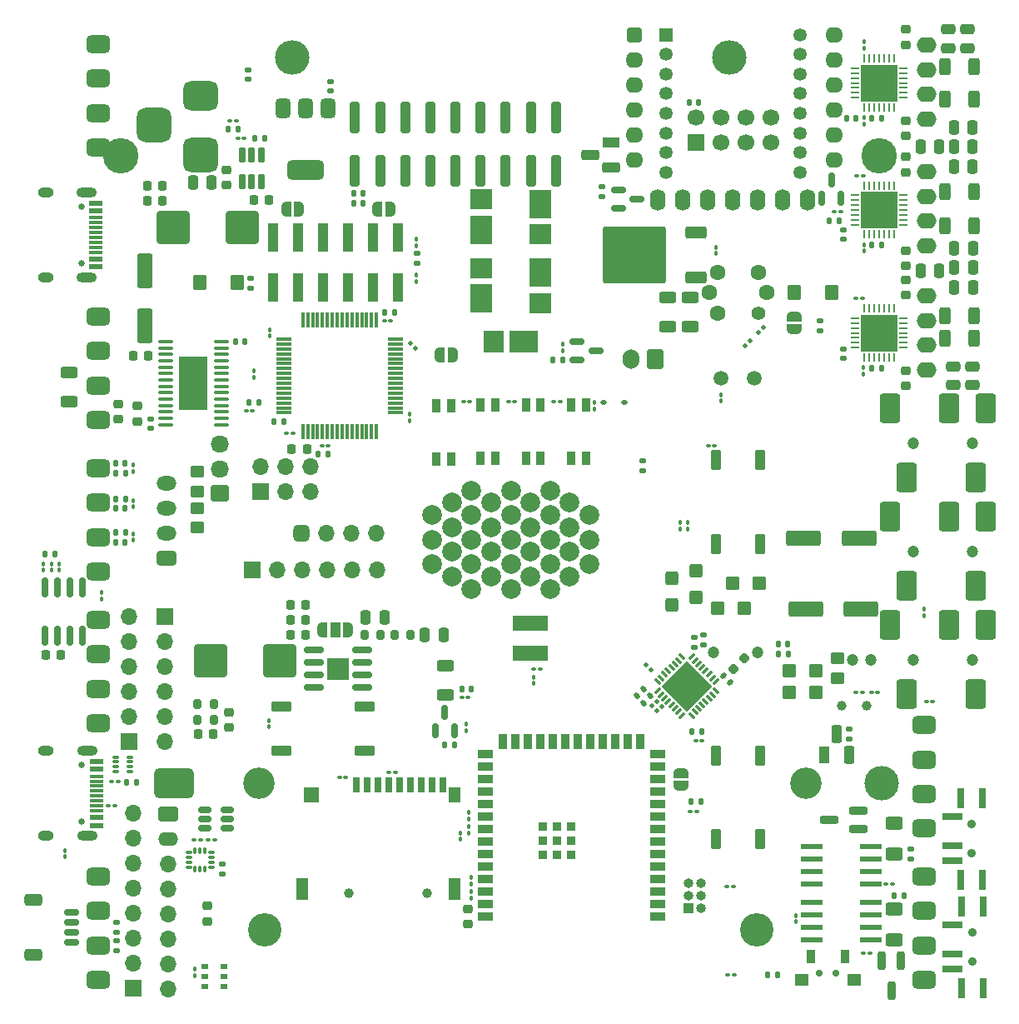
<source format=gbr>
%TF.GenerationSoftware,KiCad,Pcbnew,9.0.3*%
%TF.CreationDate,2025-08-15T14:55:14+02:00*%
%TF.ProjectId,labathome_pcb,6c616261-7468-46f6-9d65-5f7063622e6b,rev?*%
%TF.SameCoordinates,Original*%
%TF.FileFunction,Soldermask,Bot*%
%TF.FilePolarity,Negative*%
%FSLAX46Y46*%
G04 Gerber Fmt 4.6, Leading zero omitted, Abs format (unit mm)*
G04 Created by KiCad (PCBNEW 9.0.3) date 2025-08-15 14:55:14*
%MOMM*%
%LPD*%
G01*
G04 APERTURE LIST*
G04 Aperture macros list*
%AMRoundRect*
0 Rectangle with rounded corners*
0 $1 Rounding radius*
0 $2 $3 $4 $5 $6 $7 $8 $9 X,Y pos of 4 corners*
0 Add a 4 corners polygon primitive as box body*
4,1,4,$2,$3,$4,$5,$6,$7,$8,$9,$2,$3,0*
0 Add four circle primitives for the rounded corners*
1,1,$1+$1,$2,$3*
1,1,$1+$1,$4,$5*
1,1,$1+$1,$6,$7*
1,1,$1+$1,$8,$9*
0 Add four rect primitives between the rounded corners*
20,1,$1+$1,$2,$3,$4,$5,0*
20,1,$1+$1,$4,$5,$6,$7,0*
20,1,$1+$1,$6,$7,$8,$9,0*
20,1,$1+$1,$8,$9,$2,$3,0*%
%AMHorizOval*
0 Thick line with rounded ends*
0 $1 width*
0 $2 $3 position (X,Y) of the first rounded end (center of the circle)*
0 $4 $5 position (X,Y) of the second rounded end (center of the circle)*
0 Add line between two ends*
20,1,$1,$2,$3,$4,$5,0*
0 Add two circle primitives to create the rounded ends*
1,1,$1,$2,$3*
1,1,$1,$4,$5*%
%AMRotRect*
0 Rectangle, with rotation*
0 The origin of the aperture is its center*
0 $1 length*
0 $2 width*
0 $3 Rotation angle, in degrees counterclockwise*
0 Add horizontal line*
21,1,$1,$2,0,0,$3*%
%AMFreePoly0*
4,1,23,0.500000,-0.750000,0.000000,-0.750000,0.000000,-0.745722,-0.065263,-0.745722,-0.191342,-0.711940,-0.304381,-0.646677,-0.396677,-0.554381,-0.461940,-0.441342,-0.495722,-0.315263,-0.495722,-0.250000,-0.500000,-0.250000,-0.500000,0.250000,-0.495722,0.250000,-0.495722,0.315263,-0.461940,0.441342,-0.396677,0.554381,-0.304381,0.646677,-0.191342,0.711940,-0.065263,0.745722,0.000000,0.745722,
0.000000,0.750000,0.500000,0.750000,0.500000,-0.750000,0.500000,-0.750000,$1*%
%AMFreePoly1*
4,1,23,0.000000,0.745722,0.065263,0.745722,0.191342,0.711940,0.304381,0.646677,0.396677,0.554381,0.461940,0.441342,0.495722,0.315263,0.495722,0.250000,0.500000,0.250000,0.500000,-0.250000,0.495722,-0.250000,0.495722,-0.315263,0.461940,-0.441342,0.396677,-0.554381,0.304381,-0.646677,0.191342,-0.711940,0.065263,-0.745722,0.000000,-0.745722,0.000000,-0.750000,-0.500000,-0.750000,
-0.500000,0.750000,0.000000,0.750000,0.000000,0.745722,0.000000,0.745722,$1*%
%AMFreePoly2*
4,1,23,0.550000,-0.750000,0.000000,-0.750000,0.000000,-0.745722,-0.065263,-0.745722,-0.191342,-0.711940,-0.304381,-0.646677,-0.396677,-0.554381,-0.461940,-0.441342,-0.495722,-0.315263,-0.495722,-0.250000,-0.500000,-0.250000,-0.500000,0.250000,-0.495722,0.250000,-0.495722,0.315263,-0.461940,0.441342,-0.396677,0.554381,-0.304381,0.646677,-0.191342,0.711940,-0.065263,0.745722,0.000000,0.745722,
0.000000,0.750000,0.550000,0.750000,0.550000,-0.750000,0.550000,-0.750000,$1*%
%AMFreePoly3*
4,1,23,0.000000,0.745722,0.065263,0.745722,0.191342,0.711940,0.304381,0.646677,0.396677,0.554381,0.461940,0.441342,0.495722,0.315263,0.495722,0.250000,0.500000,0.250000,0.500000,-0.250000,0.495722,-0.250000,0.495722,-0.315263,0.461940,-0.441342,0.396677,-0.554381,0.304381,-0.646677,0.191342,-0.711940,0.065263,-0.745722,0.000000,-0.745722,0.000000,-0.750000,-0.550000,-0.750000,
-0.550000,0.750000,0.000000,0.750000,0.000000,0.745722,0.000000,0.745722,$1*%
G04 Aperture macros list end*
%ADD10R,1.700000X1.700000*%
%ADD11O,1.700000X1.700000*%
%ADD12O,2.000000X1.600000*%
%ADD13RoundRect,0.750000X-1.000000X0.750000X-1.000000X-0.750000X1.000000X-0.750000X1.000000X0.750000X0*%
%ADD14RoundRect,0.750000X-1.000000X1.000000X-1.000000X-1.000000X1.000000X-1.000000X1.000000X1.000000X0*%
%ADD15RoundRect,0.875000X-0.875000X0.875000X-0.875000X-0.875000X0.875000X-0.875000X0.875000X0.875000X0*%
%ADD16RoundRect,0.450000X-0.750000X0.450000X-0.750000X-0.450000X0.750000X-0.450000X0.750000X0.450000X0*%
%ADD17C,1.500000*%
%ADD18R,1.100000X1.800000*%
%ADD19RoundRect,0.275000X-0.275000X-0.625000X0.275000X-0.625000X0.275000X0.625000X-0.275000X0.625000X0*%
%ADD20RoundRect,0.450000X0.750000X-0.450000X0.750000X0.450000X-0.750000X0.450000X-0.750000X-0.450000X0*%
%ADD21RoundRect,0.400000X-0.400000X-0.400000X0.400000X-0.400000X0.400000X0.400000X-0.400000X0.400000X0*%
%ADD22O,1.800000X1.600000*%
%ADD23RoundRect,0.208333X-0.791667X-0.541667X0.791667X-0.541667X0.791667X0.541667X-0.791667X0.541667X0*%
%ADD24O,2.000000X1.400000*%
%ADD25RoundRect,0.258929X0.741071X0.466071X-0.741071X0.466071X-0.741071X-0.466071X0.741071X-0.466071X0*%
%ADD26O,2.000000X1.450000*%
%ADD27O,1.600000X2.200000*%
%ADD28C,1.700000*%
%ADD29R,1.350000X1.350000*%
%ADD30C,1.350000*%
%ADD31C,1.200000*%
%ADD32C,3.400000*%
%ADD33RoundRect,0.250000X0.675000X-0.600000X0.675000X0.600000X-0.675000X0.600000X-0.675000X-0.600000X0*%
%ADD34O,1.850000X1.700000*%
%ADD35RoundRect,0.500000X0.350000X-0.350000X0.350000X0.350000X-0.350000X0.350000X-0.350000X-0.350000X0*%
%ADD36HorizOval,1.400000X0.000000X0.000000X0.000000X0.000000X0*%
%ADD37C,1.600000*%
%ADD38RoundRect,0.140000X0.140000X0.170000X-0.140000X0.170000X-0.140000X-0.170000X0.140000X-0.170000X0*%
%ADD39RoundRect,0.250000X0.250000X0.475000X-0.250000X0.475000X-0.250000X-0.475000X0.250000X-0.475000X0*%
%ADD40RoundRect,0.100000X0.130000X0.100000X-0.130000X0.100000X-0.130000X-0.100000X0.130000X-0.100000X0*%
%ADD41RoundRect,0.100000X0.100000X-0.130000X0.100000X0.130000X-0.100000X0.130000X-0.100000X-0.130000X0*%
%ADD42RoundRect,0.250000X-0.250000X-0.475000X0.250000X-0.475000X0.250000X0.475000X-0.250000X0.475000X0*%
%ADD43RoundRect,0.250000X-1.500000X-0.550000X1.500000X-0.550000X1.500000X0.550000X-1.500000X0.550000X0*%
%ADD44RoundRect,0.140000X-0.170000X0.140000X-0.170000X-0.140000X0.170000X-0.140000X0.170000X0.140000X0*%
%ADD45RoundRect,0.250000X-0.450000X0.350000X-0.450000X-0.350000X0.450000X-0.350000X0.450000X0.350000X0*%
%ADD46RoundRect,0.200000X-0.200000X-0.275000X0.200000X-0.275000X0.200000X0.275000X-0.200000X0.275000X0*%
%ADD47RoundRect,0.150000X0.150000X-0.587500X0.150000X0.587500X-0.150000X0.587500X-0.150000X-0.587500X0*%
%ADD48O,3.500000X3.500000*%
%ADD49C,3.600000*%
%ADD50RoundRect,0.100000X-0.100000X0.130000X-0.100000X-0.130000X0.100000X-0.130000X0.100000X0.130000X0*%
%ADD51C,0.900000*%
%ADD52R,2.000000X0.700000*%
%ADD53R,0.800000X2.000000*%
%ADD54RoundRect,0.225000X0.225000X0.250000X-0.225000X0.250000X-0.225000X-0.250000X0.225000X-0.250000X0*%
%ADD55RoundRect,0.140000X-0.219203X-0.021213X-0.021213X-0.219203X0.219203X0.021213X0.021213X0.219203X0*%
%ADD56RoundRect,0.135000X0.135000X0.185000X-0.135000X0.185000X-0.135000X-0.185000X0.135000X-0.185000X0*%
%ADD57RoundRect,0.100000X-0.130000X-0.100000X0.130000X-0.100000X0.130000X0.100000X-0.130000X0.100000X0*%
%ADD58C,1.000000*%
%ADD59R,0.700000X1.600000*%
%ADD60R,1.200000X2.200000*%
%ADD61R,1.200000X1.500000*%
%ADD62R,1.600000X1.500000*%
%ADD63RoundRect,0.250000X-0.450000X-0.425000X0.450000X-0.425000X0.450000X0.425000X-0.450000X0.425000X0*%
%ADD64RoundRect,0.100000X-0.637500X-0.100000X0.637500X-0.100000X0.637500X0.100000X-0.637500X0.100000X0*%
%ADD65R,2.850000X5.400000*%
%ADD66RoundRect,0.140000X-0.021213X0.219203X-0.219203X0.021213X0.021213X-0.219203X0.219203X-0.021213X0*%
%ADD67RoundRect,0.335000X-1.340000X-1.365000X1.340000X-1.365000X1.340000X1.365000X-1.340000X1.365000X0*%
%ADD68RoundRect,0.250000X-0.625000X0.312500X-0.625000X-0.312500X0.625000X-0.312500X0.625000X0.312500X0*%
%ADD69RoundRect,0.220000X-0.780000X-0.330000X0.780000X-0.330000X0.780000X0.330000X-0.780000X0.330000X0*%
%ADD70RoundRect,0.082000X-0.328000X-0.618000X0.328000X-0.618000X0.328000X0.618000X-0.328000X0.618000X0*%
%ADD71RoundRect,0.225000X-0.225000X-0.250000X0.225000X-0.250000X0.225000X0.250000X-0.225000X0.250000X0*%
%ADD72RoundRect,0.140000X-0.140000X-0.170000X0.140000X-0.170000X0.140000X0.170000X-0.140000X0.170000X0*%
%ADD73RoundRect,0.140000X0.170000X-0.140000X0.170000X0.140000X-0.170000X0.140000X-0.170000X-0.140000X0*%
%ADD74C,2.000000*%
%ADD75RoundRect,0.135000X-0.135000X-0.185000X0.135000X-0.185000X0.135000X0.185000X-0.135000X0.185000X0*%
%ADD76RoundRect,0.112500X-0.187500X-0.112500X0.187500X-0.112500X0.187500X0.112500X-0.187500X0.112500X0*%
%ADD77RoundRect,0.130000X0.520000X0.670000X-0.520000X0.670000X-0.520000X-0.670000X0.520000X-0.670000X0*%
%ADD78RoundRect,0.220000X0.330000X-0.780000X0.330000X0.780000X-0.330000X0.780000X-0.330000X-0.780000X0*%
%ADD79RoundRect,0.250000X0.750000X-1.250000X0.750000X1.250000X-0.750000X1.250000X-0.750000X-1.250000X0*%
%ADD80RoundRect,0.150000X0.825000X0.150000X-0.825000X0.150000X-0.825000X-0.150000X0.825000X-0.150000X0*%
%ADD81R,2.300000X2.300000*%
%ADD82RoundRect,0.150000X0.512500X0.150000X-0.512500X0.150000X-0.512500X-0.150000X0.512500X-0.150000X0*%
%ADD83R,3.600000X1.500000*%
%ADD84RoundRect,0.100000X-0.162635X0.021213X0.021213X-0.162635X0.162635X-0.021213X-0.021213X0.162635X0*%
%ADD85RoundRect,0.250000X-0.475000X0.250000X-0.475000X-0.250000X0.475000X-0.250000X0.475000X0.250000X0*%
%ADD86RoundRect,0.225000X-0.250000X0.225000X-0.250000X-0.225000X0.250000X-0.225000X0.250000X0.225000X0*%
%ADD87C,0.650000*%
%ADD88R,1.450000X0.600000*%
%ADD89R,1.450000X0.300000*%
%ADD90O,1.600000X1.000000*%
%ADD91O,2.100000X1.000000*%
%ADD92RoundRect,0.250000X0.550000X-1.500000X0.550000X1.500000X-0.550000X1.500000X-0.550000X-1.500000X0*%
%ADD93RoundRect,0.100000X-0.021213X-0.162635X0.162635X0.021213X0.021213X0.162635X-0.162635X-0.021213X0*%
%ADD94RoundRect,0.062500X0.282843X-0.194454X-0.194454X0.282843X-0.282843X0.194454X0.194454X-0.282843X0*%
%ADD95RoundRect,0.062500X0.282843X0.194454X0.194454X0.282843X-0.282843X-0.194454X-0.194454X-0.282843X0*%
%ADD96RotRect,3.600000X3.600000X135.000000*%
%ADD97RoundRect,0.218750X0.026517X-0.335876X0.335876X-0.026517X-0.026517X0.335876X-0.335876X0.026517X0*%
%ADD98RoundRect,0.062500X0.062500X-0.325000X0.062500X0.325000X-0.062500X0.325000X-0.062500X-0.325000X0*%
%ADD99RoundRect,0.062500X0.325000X-0.062500X0.325000X0.062500X-0.325000X0.062500X-0.325000X-0.062500X0*%
%ADD100R,3.750000X3.750000*%
%ADD101RoundRect,0.250000X0.450000X0.425000X-0.450000X0.425000X-0.450000X-0.425000X0.450000X-0.425000X0*%
%ADD102RoundRect,0.225000X0.250000X-0.225000X0.250000X0.225000X-0.250000X0.225000X-0.250000X-0.225000X0*%
%ADD103RoundRect,0.250000X-0.312500X-0.625000X0.312500X-0.625000X0.312500X0.625000X-0.312500X0.625000X0*%
%ADD104RoundRect,0.200000X-0.200000X0.750000X-0.200000X-0.750000X0.200000X-0.750000X0.200000X0.750000X0*%
%ADD105RoundRect,0.250000X0.450000X-0.350000X0.450000X0.350000X-0.450000X0.350000X-0.450000X-0.350000X0*%
%ADD106RoundRect,0.250000X-0.425000X0.450000X-0.425000X-0.450000X0.425000X-0.450000X0.425000X0.450000X0*%
%ADD107RoundRect,0.162500X0.162500X-0.617500X0.162500X0.617500X-0.162500X0.617500X-0.162500X-0.617500X0*%
%ADD108R,0.800000X0.500000*%
%ADD109R,2.200000X3.000000*%
%ADD110R,2.200000X2.000000*%
%ADD111R,2.200000X0.600000*%
%ADD112RoundRect,0.050000X0.285000X0.100000X-0.285000X0.100000X-0.285000X-0.100000X0.285000X-0.100000X0*%
%ADD113RoundRect,0.150000X0.625000X-0.150000X0.625000X0.150000X-0.625000X0.150000X-0.625000X-0.150000X0*%
%ADD114RoundRect,0.250000X0.650000X-0.350000X0.650000X0.350000X-0.650000X0.350000X-0.650000X-0.350000X0*%
%ADD115RoundRect,0.087500X-0.225000X-0.087500X0.225000X-0.087500X0.225000X0.087500X-0.225000X0.087500X0*%
%ADD116RoundRect,0.087500X-0.087500X-0.225000X0.087500X-0.225000X0.087500X0.225000X-0.087500X0.225000X0*%
%ADD117R,1.000000X1.000000*%
%ADD118O,1.000000X1.000000*%
%ADD119FreePoly0,270.000000*%
%ADD120FreePoly1,270.000000*%
%ADD121RoundRect,0.100000X0.021213X0.162635X-0.162635X-0.021213X-0.021213X-0.162635X0.162635X0.021213X0*%
%ADD122C,0.700000*%
%ADD123R,0.900000X1.400000*%
%ADD124R,1.400000X1.200000*%
%ADD125R,1.500000X0.900000*%
%ADD126R,0.900000X1.500000*%
%ADD127R,0.900000X0.900000*%
%ADD128RoundRect,0.135000X-0.185000X0.135000X-0.185000X-0.135000X0.185000X-0.135000X0.185000X0.135000X0*%
%ADD129RoundRect,0.335000X1.340000X1.365000X-1.340000X1.365000X-1.340000X-1.365000X1.340000X-1.365000X0*%
%ADD130RoundRect,0.250000X0.600000X0.750000X-0.600000X0.750000X-0.600000X-0.750000X0.600000X-0.750000X0*%
%ADD131O,1.700000X2.000000*%
%ADD132RoundRect,0.075000X0.700000X0.075000X-0.700000X0.075000X-0.700000X-0.075000X0.700000X-0.075000X0*%
%ADD133RoundRect,0.075000X0.075000X0.700000X-0.075000X0.700000X-0.075000X-0.700000X0.075000X-0.700000X0*%
%ADD134RoundRect,0.150000X-0.150000X0.825000X-0.150000X-0.825000X0.150000X-0.825000X0.150000X0.825000X0*%
%ADD135C,3.200000*%
%ADD136RoundRect,0.428571X-1.571429X-1.071429X1.571429X-1.071429X1.571429X1.071429X-1.571429X1.071429X0*%
%ADD137C,3.500000*%
%ADD138RoundRect,0.250000X0.850000X0.350000X-0.850000X0.350000X-0.850000X-0.350000X0.850000X-0.350000X0*%
%ADD139RoundRect,0.249997X2.950003X2.650003X-2.950003X2.650003X-2.950003X-2.650003X2.950003X-2.650003X0*%
%ADD140RoundRect,0.135000X0.185000X-0.135000X0.185000X0.135000X-0.185000X0.135000X-0.185000X-0.135000X0*%
%ADD141FreePoly2,0.000000*%
%ADD142R,1.000000X1.500000*%
%ADD143FreePoly3,0.000000*%
%ADD144FreePoly0,0.000000*%
%ADD145FreePoly1,0.000000*%
%ADD146RoundRect,0.150000X-0.587500X-0.150000X0.587500X-0.150000X0.587500X0.150000X-0.587500X0.150000X0*%
%ADD147RoundRect,0.375000X-0.375000X0.625000X-0.375000X-0.625000X0.375000X-0.625000X0.375000X0.625000X0*%
%ADD148RoundRect,0.500000X-1.400000X0.500000X-1.400000X-0.500000X1.400000X-0.500000X1.400000X0.500000X0*%
%ADD149FreePoly0,90.000000*%
%ADD150FreePoly1,90.000000*%
%ADD151RoundRect,0.200000X0.750000X0.200000X-0.750000X0.200000X-0.750000X-0.200000X0.750000X-0.200000X0*%
%ADD152RoundRect,0.100000X0.162635X-0.021213X-0.021213X0.162635X-0.162635X0.021213X0.021213X-0.162635X0*%
%ADD153RoundRect,0.250000X0.475000X-0.250000X0.475000X0.250000X-0.475000X0.250000X-0.475000X-0.250000X0*%
%ADD154FreePoly0,180.000000*%
%ADD155FreePoly1,180.000000*%
%ADD156R,1.000000X3.000000*%
%ADD157R,1.800000X1.100000*%
%ADD158RoundRect,0.275000X-0.625000X0.275000X-0.625000X-0.275000X0.625000X-0.275000X0.625000X0.275000X0*%
%ADD159RoundRect,0.250000X0.625000X-0.400000X0.625000X0.400000X-0.625000X0.400000X-0.625000X-0.400000X0*%
%ADD160RoundRect,0.255000X0.255000X-1.330000X0.255000X1.330000X-0.255000X1.330000X-0.255000X-1.330000X0*%
%ADD161R,3.000000X2.200000*%
%ADD162R,2.000000X2.200000*%
%ADD163RoundRect,0.250000X-0.625000X0.400000X-0.625000X-0.400000X0.625000X-0.400000X0.625000X0.400000X0*%
%ADD164RoundRect,0.218750X0.218750X0.256250X-0.218750X0.256250X-0.218750X-0.256250X0.218750X-0.256250X0*%
G04 APERTURE END LIST*
D10*
%TO.C,J12*%
X111600000Y-148380000D03*
D11*
X111600000Y-145840000D03*
X111600000Y-143300000D03*
X111600000Y-140760000D03*
X111600000Y-138220000D03*
X111600000Y-135680000D03*
X111600000Y-133140000D03*
X111600000Y-130600000D03*
%TD*%
D10*
%TO.C,J10*%
X114800000Y-110600000D03*
D11*
X114800000Y-113140000D03*
X114800000Y-115680000D03*
X114800000Y-118220000D03*
X114800000Y-120760000D03*
X114800000Y-123300000D03*
%TD*%
D12*
%TO.C,J30*%
X192300000Y-72950000D03*
X192300000Y-70450000D03*
X192300000Y-67950000D03*
X192300000Y-65450000D03*
%TD*%
D13*
%TO.C,J9*%
X118457500Y-57700000D03*
D14*
X118457500Y-63700000D03*
D15*
X113757500Y-60700000D03*
%TD*%
D16*
%TO.C,J27*%
X108005000Y-110950000D03*
X108005000Y-114450000D03*
X108005000Y-117950000D03*
X108005000Y-121450000D03*
%TD*%
D17*
%TO.C,R32*%
X174800000Y-86400000D03*
X171400000Y-86400000D03*
%TD*%
D18*
%TO.C,U13*%
X181850000Y-124650000D03*
D19*
X183120000Y-122580000D03*
X184390000Y-124650000D03*
%TD*%
D20*
%TO.C,J15*%
X192000000Y-147550000D03*
X192000000Y-144050000D03*
X192000000Y-140550000D03*
X192000000Y-137050000D03*
%TD*%
D10*
%TO.C,J26*%
X124520000Y-97940000D03*
D11*
X124520000Y-95400000D03*
X127060000Y-97940000D03*
X127060000Y-95400000D03*
X129600000Y-97940000D03*
X129600000Y-95400000D03*
%TD*%
D16*
%TO.C,J2*%
X108005000Y-137050000D03*
X108005000Y-140550000D03*
X108005000Y-144050000D03*
X108005000Y-147550000D03*
%TD*%
%TO.C,J1*%
X108005000Y-95550000D03*
X108005000Y-99050000D03*
X108005000Y-102550000D03*
X108005000Y-106050000D03*
%TD*%
D21*
%TO.C,M1*%
X162540000Y-51500000D03*
D22*
X162540000Y-54040000D03*
X162540000Y-56580000D03*
X162540000Y-59120000D03*
X162540000Y-61660000D03*
X162540000Y-64200000D03*
X182860000Y-64200000D03*
X182860000Y-61660000D03*
X182860000Y-59120000D03*
X182860000Y-56580000D03*
X182860000Y-54040000D03*
X182860000Y-51500000D03*
%TD*%
D12*
%TO.C,J24*%
X192300000Y-60050000D03*
X192300000Y-57550000D03*
X192300000Y-55050000D03*
X192300000Y-52550000D03*
%TD*%
D10*
%TO.C,J19*%
X111200000Y-123300000D03*
D11*
X111200000Y-120760000D03*
X111200000Y-118220000D03*
X111200000Y-115680000D03*
X111200000Y-113140000D03*
X111200000Y-110600000D03*
%TD*%
D23*
%TO.C,J20*%
X115200000Y-130680000D03*
D24*
X115200000Y-133220000D03*
D11*
X115200000Y-135760000D03*
X115200000Y-138300000D03*
X115200000Y-140840000D03*
X115200000Y-143380000D03*
X115200000Y-145920000D03*
X115200000Y-148460000D03*
%TD*%
D25*
%TO.C,J4*%
X115000000Y-104700000D03*
D26*
X115000000Y-102160000D03*
X115000000Y-99620000D03*
X115000000Y-97080000D03*
%TD*%
D27*
%TO.C,X3*%
X164950000Y-68300000D03*
X167490000Y-68300000D03*
X170030000Y-68300000D03*
X172570000Y-68300000D03*
X175110000Y-68300000D03*
X177650000Y-68300000D03*
X180190000Y-68300000D03*
%TD*%
D16*
%TO.C,J22*%
X108005000Y-52450000D03*
X108005000Y-55950000D03*
X108005000Y-59450000D03*
X108005000Y-62950000D03*
%TD*%
D10*
%TO.C,U15*%
X168875000Y-62489500D03*
D28*
X168875000Y-59949500D03*
X171415000Y-62489500D03*
X171415000Y-59949500D03*
X173955000Y-62489500D03*
X173955000Y-59949500D03*
X176495000Y-62489500D03*
X176495000Y-59949500D03*
%TD*%
D29*
%TO.C,U6*%
X165792500Y-51492500D03*
D30*
X165792500Y-53492500D03*
X165792500Y-55492500D03*
X165792500Y-57492500D03*
X165792500Y-59492500D03*
X165792500Y-61492500D03*
X165792500Y-63492500D03*
X165792500Y-65492500D03*
X179392500Y-65492500D03*
X179392500Y-63492500D03*
X179392500Y-61492500D03*
X179392500Y-59492500D03*
X179392500Y-57492500D03*
X179392500Y-55492500D03*
X179392500Y-53492500D03*
X179392500Y-51492500D03*
%TD*%
D12*
%TO.C,J31*%
X192300000Y-85550000D03*
X192300000Y-83050000D03*
X192300000Y-80550000D03*
X192300000Y-78050000D03*
%TD*%
D31*
%TO.C,MK1*%
X186650000Y-115000000D03*
X184750000Y-115000000D03*
%TD*%
%TO.C,SW6*%
X175100000Y-114261000D03*
X170600000Y-114261000D03*
%TD*%
D10*
%TO.C,J23*%
X123700000Y-105900000D03*
D11*
X126240000Y-105900000D03*
X128780000Y-105900000D03*
X131320000Y-105900000D03*
X133860000Y-105900000D03*
X136400000Y-105900000D03*
%TD*%
D32*
%TO.C,X1*%
X125000000Y-142500000D03*
X175000000Y-142500000D03*
%TD*%
D33*
%TO.C,J18*%
X120400000Y-98100000D03*
D34*
X120400000Y-95600000D03*
X120400000Y-93100000D03*
%TD*%
D35*
%TO.C,J8*%
X128700000Y-102200000D03*
D11*
X131240000Y-102200000D03*
X133780000Y-102200000D03*
X136320000Y-102200000D03*
%TD*%
D20*
%TO.C,J21*%
X192000000Y-132150000D03*
X192000000Y-128650000D03*
X192000000Y-125150000D03*
X192000000Y-121650000D03*
%TD*%
D36*
%TO.C,U22*%
X175165869Y-79767990D03*
D37*
X176023080Y-77698500D03*
X175167990Y-75634131D03*
X171034131Y-75632010D03*
X170176920Y-77701500D03*
X171032010Y-79765869D03*
%TD*%
D16*
%TO.C,J28*%
X108005000Y-80150000D03*
X108005000Y-83650000D03*
X108005000Y-87150000D03*
X108005000Y-90650000D03*
%TD*%
D38*
%TO.C,C9*%
X110780000Y-99600000D03*
X109820000Y-99600000D03*
%TD*%
D39*
%TO.C,C88*%
X197000000Y-75175000D03*
X195100000Y-75175000D03*
%TD*%
D40*
%TO.C,C32*%
X127820000Y-92000000D03*
X127180000Y-92000000D03*
%TD*%
D41*
%TO.C,C75*%
X185900000Y-60570000D03*
X185900000Y-59930000D03*
%TD*%
D38*
%TO.C,C43*%
X134980000Y-68600000D03*
X134020000Y-68600000D03*
%TD*%
D42*
%TO.C,C103*%
X191675000Y-62900000D03*
X193575000Y-62900000D03*
%TD*%
D43*
%TO.C,C19*%
X180000000Y-109850000D03*
X185600000Y-109850000D03*
%TD*%
D44*
%TO.C,C94*%
X183850000Y-83420000D03*
X183850000Y-84380000D03*
%TD*%
D45*
%TO.C,R76*%
X118100000Y-95900000D03*
X118100000Y-97900000D03*
%TD*%
D46*
%TO.C,R7*%
X118125000Y-121100000D03*
X119775000Y-121100000D03*
%TD*%
D47*
%TO.C,Q6*%
X144250000Y-122237500D03*
X142350000Y-122237500D03*
X143300000Y-120362500D03*
%TD*%
D48*
%TO.C,R33*%
X127750000Y-53800000D03*
X172250000Y-53800000D03*
D49*
X110300000Y-63800000D03*
X187500000Y-63800000D03*
%TD*%
D50*
%TO.C,R45*%
X155300000Y-82980000D03*
X155300000Y-83620000D03*
%TD*%
D51*
%TO.C,SW3*%
X196930000Y-142700000D03*
X196930000Y-145700000D03*
D52*
X194920000Y-141950000D03*
X194920000Y-144950000D03*
X194920000Y-146450000D03*
D53*
X198030000Y-140050000D03*
X195820000Y-140050000D03*
X198030000Y-148350000D03*
X195820000Y-148350000D03*
%TD*%
D54*
%TO.C,C84*%
X114575000Y-66850000D03*
X113025000Y-66850000D03*
%TD*%
D55*
%TO.C,C14*%
X171660589Y-116610589D03*
X172339411Y-117289411D03*
%TD*%
D40*
%TO.C,R60*%
X122870000Y-62000000D03*
X122230000Y-62000000D03*
%TD*%
D56*
%TO.C,R69*%
X124360000Y-88900000D03*
X123340000Y-88900000D03*
%TD*%
D57*
%TO.C,R68*%
X123080000Y-89750000D03*
X123720000Y-89750000D03*
%TD*%
D58*
%TO.C,TP6*%
X183655000Y-119685000D03*
%TD*%
%TO.C,J17*%
X141500000Y-138725000D03*
X133500000Y-138725000D03*
D59*
X134300000Y-127725000D03*
X135400000Y-127725000D03*
X136500000Y-127725000D03*
X137600000Y-127725000D03*
X138700000Y-127725000D03*
X139800000Y-127725000D03*
X140900000Y-127725000D03*
X142000000Y-127725000D03*
X143100000Y-127725000D03*
D60*
X144300000Y-138325000D03*
D61*
X144300000Y-128725000D03*
D62*
X129700000Y-128725000D03*
D60*
X128800000Y-138325000D03*
%TD*%
D63*
%TO.C,C17*%
X172550000Y-107200000D03*
X175250000Y-107200000D03*
%TD*%
D64*
%TO.C,U3*%
X114862500Y-91125000D03*
X114862500Y-90475000D03*
X114862500Y-89825000D03*
X114862500Y-89175000D03*
X114862500Y-88525000D03*
X114862500Y-87875000D03*
X114862500Y-87225000D03*
X114862500Y-86575000D03*
X114862500Y-85925000D03*
X114862500Y-85275000D03*
X114862500Y-84625000D03*
X114862500Y-83975000D03*
X114862500Y-83325000D03*
X114862500Y-82675000D03*
X120587500Y-82675000D03*
X120587500Y-83325000D03*
X120587500Y-83975000D03*
X120587500Y-84625000D03*
X120587500Y-85275000D03*
X120587500Y-85925000D03*
X120587500Y-86575000D03*
X120587500Y-87225000D03*
X120587500Y-87875000D03*
X120587500Y-88525000D03*
X120587500Y-89175000D03*
X120587500Y-89825000D03*
X120587500Y-90475000D03*
X120587500Y-91125000D03*
D65*
X117725000Y-86900000D03*
%TD*%
D66*
%TO.C,C12*%
X163489411Y-118010589D03*
X162810589Y-118689411D03*
%TD*%
D57*
%TO.C,R59*%
X121430000Y-60250000D03*
X122070000Y-60250000D03*
%TD*%
D67*
%TO.C,L4*%
X115675000Y-71100000D03*
X122725000Y-71100000D03*
%TD*%
D51*
%TO.C,SW2*%
X196900000Y-131700000D03*
X196900000Y-134700000D03*
D52*
X194890000Y-130950000D03*
X194890000Y-133950000D03*
X194890000Y-135450000D03*
D53*
X198000000Y-129050000D03*
X195790000Y-129050000D03*
X198000000Y-137350000D03*
X195790000Y-137350000D03*
%TD*%
D41*
%TO.C,R51*%
X111600000Y-99470000D03*
X111600000Y-98830000D03*
%TD*%
D68*
%TO.C,R38*%
X105100000Y-85837500D03*
X105100000Y-88762500D03*
%TD*%
D69*
%TO.C,SW5*%
X126650000Y-124250000D03*
X135150000Y-124250000D03*
X126650000Y-119750000D03*
X135150000Y-119750000D03*
%TD*%
D40*
%TO.C,C91*%
X185770000Y-78300000D03*
X185130000Y-78300000D03*
%TD*%
D70*
%TO.C,D21*%
X157650000Y-89150000D03*
X156150000Y-89150000D03*
X156150000Y-94550000D03*
X157650000Y-94550000D03*
%TD*%
D71*
%TO.C,C28*%
X127575000Y-109450000D03*
X129125000Y-109450000D03*
%TD*%
D42*
%TO.C,C78*%
X191700000Y-75500000D03*
X193600000Y-75500000D03*
%TD*%
D50*
%TO.C,C50*%
X139700000Y-90080000D03*
X139700000Y-90720000D03*
%TD*%
D72*
%TO.C,C36*%
X137195000Y-79725000D03*
X138155000Y-79725000D03*
%TD*%
D73*
%TO.C,C38*%
X113400000Y-91480000D03*
X113400000Y-90520000D03*
%TD*%
D42*
%TO.C,C1*%
X141250000Y-112450000D03*
X143150000Y-112450000D03*
%TD*%
D40*
%TO.C,C54*%
X118420000Y-133350000D03*
X117780000Y-133350000D03*
%TD*%
D41*
%TO.C,C25*%
X140350000Y-76570000D03*
X140350000Y-75930000D03*
%TD*%
D38*
%TO.C,C10*%
X110780000Y-103050000D03*
X109820000Y-103050000D03*
%TD*%
D46*
%TO.C,R3*%
X138175000Y-112450000D03*
X139825000Y-112450000D03*
%TD*%
D57*
%TO.C,R18*%
X109080000Y-129850000D03*
X109720000Y-129850000D03*
%TD*%
D74*
%TO.C,LS2*%
X154000000Y-97800000D03*
X150000000Y-97800000D03*
X146000000Y-97800000D03*
X156000000Y-99050000D03*
X152000000Y-99050000D03*
X148000000Y-99050000D03*
X144000000Y-99050000D03*
X158000000Y-100300000D03*
X154000000Y-100300000D03*
X150000000Y-100300000D03*
X146000000Y-100300000D03*
X142000000Y-100300000D03*
X156000000Y-101550000D03*
X152000000Y-101550000D03*
X148000000Y-101550000D03*
X144000000Y-101550000D03*
X158000000Y-102800000D03*
X154000000Y-102800000D03*
X150000000Y-102800000D03*
X146000000Y-102800000D03*
X142000000Y-102800000D03*
X156000000Y-104050000D03*
X152000000Y-104050000D03*
X148000000Y-104050000D03*
X144000000Y-104050000D03*
X158000000Y-105300000D03*
X154000000Y-105300000D03*
X150000000Y-105300000D03*
X146000000Y-105300000D03*
X142000000Y-105300000D03*
X156000000Y-106550000D03*
X152000000Y-106550000D03*
X148000000Y-106550000D03*
X144000000Y-106550000D03*
X154000000Y-107800000D03*
X150000000Y-107800000D03*
X146000000Y-107800000D03*
%TD*%
D75*
%TO.C,R49*%
X102590000Y-104300000D03*
X103610000Y-104300000D03*
%TD*%
D76*
%TO.C,D20*%
X159450000Y-88900000D03*
X161550000Y-88900000D03*
%TD*%
D41*
%TO.C,C45*%
X158500000Y-89520000D03*
X158500000Y-88880000D03*
%TD*%
D57*
%TO.C,R54*%
X185130000Y-118300000D03*
X185770000Y-118300000D03*
%TD*%
D77*
%TO.C,D19*%
X122200000Y-76650000D03*
X118400000Y-76650000D03*
%TD*%
D78*
%TO.C,SW7*%
X175350000Y-103250000D03*
X175350000Y-94750000D03*
X170850000Y-103250000D03*
X170850000Y-94750000D03*
%TD*%
D50*
%TO.C,R55*%
X192000000Y-109880000D03*
X192000000Y-110520000D03*
%TD*%
D31*
%TO.C,J14*%
X190975000Y-104000000D03*
X196975000Y-104000000D03*
D79*
X194575000Y-100500000D03*
X197275000Y-107500000D03*
X198275000Y-100500000D03*
X190275000Y-107500000D03*
X188575000Y-100500000D03*
%TD*%
D80*
%TO.C,U2*%
X134925000Y-114020000D03*
X134925000Y-115290000D03*
X134925000Y-116560000D03*
X134925000Y-117830000D03*
X129975000Y-117830000D03*
X129975000Y-116560000D03*
X129975000Y-115290000D03*
X129975000Y-114020000D03*
D81*
X132450000Y-115925000D03*
%TD*%
D71*
%TO.C,C29*%
X118175000Y-122600000D03*
X119725000Y-122600000D03*
%TD*%
D82*
%TO.C,U8*%
X121187500Y-130250000D03*
X121187500Y-131200000D03*
X121187500Y-132150000D03*
X118912500Y-132150000D03*
X118912500Y-131200000D03*
X118912500Y-130250000D03*
%TD*%
D56*
%TO.C,R73*%
X111909999Y-127450000D03*
X110890001Y-127450000D03*
%TD*%
D83*
%TO.C,LS1*%
X151975000Y-111325000D03*
X151975000Y-114375000D03*
%TD*%
D84*
%TO.C,C35*%
X139823726Y-82873726D03*
X140276274Y-83326274D03*
%TD*%
D85*
%TO.C,C69*%
X196475000Y-50950000D03*
X196475000Y-52850000D03*
%TD*%
D86*
%TO.C,C63*%
X110100000Y-89025000D03*
X110100000Y-90575000D03*
%TD*%
D72*
%TO.C,C67*%
X145020000Y-117950000D03*
X145980000Y-117950000D03*
%TD*%
D40*
%TO.C,C47*%
X150420000Y-88750000D03*
X149780000Y-88750000D03*
%TD*%
D42*
%TO.C,C80*%
X117700001Y-66500000D03*
X119599999Y-66500000D03*
%TD*%
D50*
%TO.C,C60*%
X170900000Y-73080000D03*
X170900000Y-73720000D03*
%TD*%
D87*
%TO.C,J13*%
X106350000Y-74740000D03*
X106350000Y-68960000D03*
D88*
X107795000Y-75100000D03*
X107795000Y-74300000D03*
D89*
X107795000Y-73100000D03*
X107795000Y-72100000D03*
X107795000Y-71600000D03*
X107795000Y-70600000D03*
D88*
X107795000Y-69400000D03*
X107795000Y-68600000D03*
X107795000Y-68600000D03*
X107795000Y-69400000D03*
D89*
X107795000Y-70100000D03*
X107795000Y-71100000D03*
X107795000Y-72600000D03*
X107795000Y-73600000D03*
D88*
X107795000Y-74300000D03*
X107795000Y-75100000D03*
D90*
X102700000Y-76170000D03*
D91*
X106880000Y-76170000D03*
D90*
X102700000Y-67530000D03*
D91*
X106880000Y-67530000D03*
%TD*%
D46*
%TO.C,R28*%
X118125000Y-119550000D03*
X119775000Y-119550000D03*
%TD*%
D92*
%TO.C,C39*%
X112800000Y-81050000D03*
X112800000Y-75450000D03*
%TD*%
D93*
%TO.C,R29*%
X173873726Y-83076274D03*
X174326274Y-82623726D03*
%TD*%
D40*
%TO.C,C26*%
X138270000Y-126500000D03*
X137630000Y-126500000D03*
%TD*%
D71*
%TO.C,C31*%
X127575000Y-110950000D03*
X129125000Y-110950000D03*
%TD*%
D94*
%TO.C,U10*%
X170869848Y-118194975D03*
X170516295Y-118548528D03*
X170162742Y-118902082D03*
X169809188Y-119255635D03*
X169455635Y-119609188D03*
X169102082Y-119962742D03*
X168748528Y-120316295D03*
X168394975Y-120669848D03*
D95*
X167405025Y-120669848D03*
X167051472Y-120316295D03*
X166697918Y-119962742D03*
X166344365Y-119609188D03*
X165990812Y-119255635D03*
X165637258Y-118902082D03*
X165283705Y-118548528D03*
X164930152Y-118194975D03*
D94*
X164930152Y-117205025D03*
X165283705Y-116851472D03*
X165637258Y-116497918D03*
X165990812Y-116144365D03*
X166344365Y-115790812D03*
X166697918Y-115437258D03*
X167051472Y-115083705D03*
X167405025Y-114730152D03*
D95*
X168394975Y-114730152D03*
X168748528Y-115083705D03*
X169102082Y-115437258D03*
X169455635Y-115790812D03*
X169809188Y-116144365D03*
X170162742Y-116497918D03*
X170516295Y-116851472D03*
X170869848Y-117205025D03*
D96*
X167900000Y-117700000D03*
%TD*%
D40*
%TO.C,C53*%
X168920000Y-130400000D03*
X168280000Y-130400000D03*
%TD*%
D97*
%TO.C,FB1*%
X172643153Y-115956847D03*
X173756847Y-114843153D03*
%TD*%
D39*
%TO.C,C72*%
X196975000Y-60925000D03*
X195075000Y-60925000D03*
%TD*%
D98*
%TO.C,U19*%
X188950000Y-71762500D03*
X188450000Y-71762500D03*
X187950000Y-71762500D03*
X187450000Y-71762500D03*
X186950000Y-71762500D03*
X186450000Y-71762500D03*
X185950000Y-71762500D03*
D99*
X184987500Y-70800000D03*
X184987500Y-70300000D03*
X184987500Y-69800000D03*
X184987500Y-69300000D03*
X184987500Y-68800000D03*
X184987500Y-68300000D03*
X184987500Y-67800000D03*
D98*
X185950000Y-66837500D03*
X186450000Y-66837500D03*
X186950000Y-66837500D03*
X187450000Y-66837500D03*
X187950000Y-66837500D03*
X188450000Y-66837500D03*
X188950000Y-66837500D03*
D99*
X189912500Y-67800000D03*
X189912500Y-68300000D03*
X189912500Y-68800000D03*
X189912500Y-69300000D03*
X189912500Y-69800000D03*
X189912500Y-70300000D03*
X189912500Y-70800000D03*
D100*
X187450000Y-69300000D03*
%TD*%
D40*
%TO.C,C27*%
X145670000Y-118850000D03*
X145030000Y-118850000D03*
%TD*%
D101*
%TO.C,C20*%
X181000000Y-118300000D03*
X178300000Y-118300000D03*
%TD*%
D38*
%TO.C,C59*%
X169080000Y-58400000D03*
X168120000Y-58400000D03*
%TD*%
D86*
%TO.C,C86*%
X190200000Y-60225000D03*
X190200000Y-61775000D03*
%TD*%
D101*
%TO.C,C23*%
X181000000Y-116150000D03*
X178300000Y-116150000D03*
%TD*%
D50*
%TO.C,R58*%
X145700000Y-130530000D03*
X145700000Y-131170000D03*
%TD*%
D102*
%TO.C,C56*%
X119100000Y-141575000D03*
X119100000Y-140025000D03*
%TD*%
D40*
%TO.C,C48*%
X145820000Y-88750000D03*
X145180000Y-88750000D03*
%TD*%
D72*
%TO.C,C22*%
X177220000Y-113400000D03*
X178180000Y-113400000D03*
%TD*%
D102*
%TO.C,C76*%
X190200000Y-52525000D03*
X190200000Y-50975000D03*
%TD*%
D56*
%TO.C,R35*%
X155310000Y-84525000D03*
X154290000Y-84525000D03*
%TD*%
D103*
%TO.C,R88*%
X194187500Y-82325000D03*
X197112500Y-82325000D03*
%TD*%
D104*
%TO.C,D3*%
X187750000Y-145600000D03*
X189650000Y-145600000D03*
X188700000Y-148600000D03*
%TD*%
D63*
%TO.C,C16*%
X171050000Y-109800000D03*
X173750000Y-109800000D03*
%TD*%
D105*
%TO.C,R77*%
X118100000Y-101600000D03*
X118100000Y-99600000D03*
%TD*%
D40*
%TO.C,R39*%
X170720000Y-93300000D03*
X170080000Y-93300000D03*
%TD*%
D54*
%TO.C,C83*%
X114575000Y-68350000D03*
X113025000Y-68350000D03*
%TD*%
D73*
%TO.C,C15*%
X168650000Y-113730000D03*
X168650000Y-112770000D03*
%TD*%
D72*
%TO.C,C61*%
X122020000Y-82700000D03*
X122980000Y-82700000D03*
%TD*%
D103*
%TO.C,R80*%
X194187500Y-67450000D03*
X197112500Y-67450000D03*
%TD*%
D41*
%TO.C,R75*%
X145450000Y-122220000D03*
X145450000Y-121580000D03*
%TD*%
D106*
%TO.C,C24*%
X166400000Y-106750000D03*
X166400000Y-109450000D03*
%TD*%
D68*
%TO.C,R15*%
X165950000Y-78237500D03*
X165950000Y-81162500D03*
%TD*%
D107*
%TO.C,U27*%
X124600000Y-66450000D03*
X123650000Y-66450000D03*
X122700000Y-66450000D03*
X122700000Y-63750000D03*
X123650000Y-63750000D03*
X124600000Y-63750000D03*
%TD*%
D39*
%TO.C,C93*%
X197000000Y-77150000D03*
X195100000Y-77150000D03*
%TD*%
D56*
%TO.C,R74*%
X144310000Y-123700000D03*
X143290000Y-123700000D03*
%TD*%
D103*
%TO.C,R83*%
X194187500Y-54725000D03*
X197112500Y-54725000D03*
%TD*%
D71*
%TO.C,C30*%
X127575000Y-112450000D03*
X129125000Y-112450000D03*
%TD*%
D108*
%TO.C,U12*%
X118845000Y-148200000D03*
X118845000Y-147200000D03*
X118845000Y-146200000D03*
X120845000Y-146200000D03*
X120845000Y-147200000D03*
X120845000Y-148200000D03*
%TD*%
D50*
%TO.C,R65*%
X140400000Y-72280000D03*
X140400000Y-72920000D03*
%TD*%
D109*
%TO.C,D8*%
X147000000Y-71300000D03*
D110*
X147000000Y-68250000D03*
%TD*%
D50*
%TO.C,R62*%
X152350000Y-116780000D03*
X152350000Y-117420000D03*
%TD*%
D111*
%TO.C,U1*%
X180600000Y-137830000D03*
X180600000Y-136560000D03*
X180600000Y-135290000D03*
X180600000Y-134020000D03*
X186600000Y-134020000D03*
X186600000Y-135290000D03*
X186600000Y-136560000D03*
X186600000Y-137830000D03*
%TD*%
D41*
%TO.C,C87*%
X185900000Y-52870000D03*
X185900000Y-52230000D03*
%TD*%
D38*
%TO.C,C74*%
X187680000Y-60000000D03*
X186720000Y-60000000D03*
%TD*%
D70*
%TO.C,D15*%
X153044201Y-89150000D03*
X151544201Y-89150000D03*
X151544201Y-94550000D03*
X153044201Y-94550000D03*
%TD*%
D112*
%TO.C,U18*%
X111290000Y-124900000D03*
X111290000Y-125400000D03*
X111290000Y-125900000D03*
X111290000Y-126400000D03*
X109810000Y-126400000D03*
X109810000Y-125900000D03*
X109810000Y-125400000D03*
X109810000Y-124900000D03*
%TD*%
D57*
%TO.C,C49*%
X130780000Y-93250000D03*
X131420000Y-93250000D03*
%TD*%
D50*
%TO.C,R63*%
X123900000Y-85680000D03*
X123900000Y-86320000D03*
%TD*%
D85*
%TO.C,C77*%
X194500000Y-50950000D03*
X194500000Y-52850000D03*
%TD*%
D98*
%TO.C,U20*%
X188950000Y-84262500D03*
X188450000Y-84262500D03*
X187950000Y-84262500D03*
X187450000Y-84262500D03*
X186950000Y-84262500D03*
X186450000Y-84262500D03*
X185950000Y-84262500D03*
D99*
X184987500Y-83300000D03*
X184987500Y-82800000D03*
X184987500Y-82300000D03*
X184987500Y-81800000D03*
X184987500Y-81300000D03*
X184987500Y-80800000D03*
X184987500Y-80300000D03*
D98*
X185950000Y-79337500D03*
X186450000Y-79337500D03*
X186950000Y-79337500D03*
X187450000Y-79337500D03*
X187950000Y-79337500D03*
X188450000Y-79337500D03*
X188950000Y-79337500D03*
D99*
X189912500Y-80300000D03*
X189912500Y-80800000D03*
X189912500Y-81300000D03*
X189912500Y-81800000D03*
X189912500Y-82300000D03*
X189912500Y-82800000D03*
X189912500Y-83300000D03*
D100*
X187450000Y-81800000D03*
%TD*%
D78*
%TO.C,SW8*%
X175350000Y-133250000D03*
X175350000Y-124750000D03*
X170850000Y-133250000D03*
X170850000Y-124750000D03*
%TD*%
D31*
%TO.C,J16*%
X190975000Y-115000000D03*
X196975000Y-115000000D03*
D79*
X194575000Y-111500000D03*
X197275000Y-118500000D03*
X198275000Y-111500000D03*
X190275000Y-118500000D03*
X188575000Y-111500000D03*
%TD*%
D113*
%TO.C,J11*%
X105300000Y-143700000D03*
X105300000Y-142700000D03*
X105300000Y-141700000D03*
X105300000Y-140700000D03*
D114*
X101425000Y-145000000D03*
X101425000Y-139400000D03*
%TD*%
D86*
%TO.C,C98*%
X190200000Y-85625000D03*
X190200000Y-87175000D03*
%TD*%
D115*
%TO.C,U9*%
X117237500Y-136100000D03*
X117237500Y-135600000D03*
X117237500Y-135100000D03*
X117237500Y-134600000D03*
D116*
X117900000Y-134437500D03*
X118400000Y-134437500D03*
X118900000Y-134437500D03*
D115*
X119562500Y-134600000D03*
X119562500Y-135100000D03*
X119562500Y-135600000D03*
X119562500Y-136100000D03*
D116*
X118900000Y-136262500D03*
X118400000Y-136262500D03*
X117900000Y-136262500D03*
%TD*%
D109*
%TO.C,D9*%
X147000000Y-78300000D03*
D110*
X147000000Y-75250000D03*
%TD*%
D39*
%TO.C,C104*%
X196975000Y-64875000D03*
X195075000Y-64875000D03*
%TD*%
D117*
%TO.C,J6*%
X168065000Y-140270000D03*
D118*
X169335000Y-140270000D03*
X168065000Y-139000000D03*
X169335000Y-139000000D03*
X168065000Y-137730000D03*
X169335000Y-137730000D03*
%TD*%
D119*
%TO.C,JP3*%
X167300000Y-126550000D03*
D120*
X167300000Y-127850000D03*
%TD*%
D86*
%TO.C,C89*%
X190200000Y-73425000D03*
X190200000Y-74975000D03*
%TD*%
D75*
%TO.C,R14*%
X109790000Y-98650000D03*
X110810000Y-98650000D03*
%TD*%
D121*
%TO.C,C65*%
X165326274Y-119773726D03*
X164873726Y-120226274D03*
%TD*%
D122*
%TO.C,SW1*%
X181400000Y-146900000D03*
X183100000Y-146900000D03*
D123*
X180550000Y-145200000D03*
X183950000Y-145200000D03*
D124*
X179550000Y-147500000D03*
X184950000Y-147500000D03*
%TD*%
D125*
%TO.C,U4*%
X147450000Y-141120000D03*
X147450000Y-139850000D03*
X147450000Y-138580000D03*
X147450000Y-137310000D03*
X147450000Y-136040000D03*
X147450000Y-134770000D03*
X147450000Y-133500000D03*
X147450000Y-132230000D03*
X147450000Y-130960000D03*
X147450000Y-129690000D03*
X147450000Y-128420000D03*
X147450000Y-127150000D03*
X147450000Y-125880000D03*
X147450000Y-124610000D03*
D126*
X149215000Y-123360000D03*
X150485000Y-123360000D03*
X151755000Y-123360000D03*
X153025000Y-123360000D03*
X154295000Y-123360000D03*
X155565000Y-123360000D03*
X156835000Y-123360000D03*
X158105000Y-123360000D03*
X159375000Y-123360000D03*
X160645000Y-123360000D03*
X161915000Y-123360000D03*
X163185000Y-123360000D03*
D125*
X164950000Y-124610000D03*
X164950000Y-125880000D03*
X164950000Y-127150000D03*
X164950000Y-128420000D03*
X164950000Y-129690000D03*
X164950000Y-130960000D03*
X164950000Y-132230000D03*
X164950000Y-133500000D03*
X164950000Y-134770000D03*
X164950000Y-136040000D03*
X164950000Y-137310000D03*
X164950000Y-138580000D03*
X164950000Y-139850000D03*
X164950000Y-141120000D03*
D127*
X153300000Y-132000000D03*
X153300000Y-132000000D03*
X153300000Y-133400000D03*
X153300000Y-134800000D03*
X154700000Y-132000000D03*
X154700000Y-133400000D03*
X154700000Y-134800000D03*
X154700000Y-134800000D03*
X156100000Y-132000000D03*
X156100000Y-133400000D03*
X156100000Y-134800000D03*
%TD*%
D128*
%TO.C,R43*%
X109900000Y-141690000D03*
X109900000Y-142710000D03*
%TD*%
D103*
%TO.C,R87*%
X194187500Y-80075000D03*
X197112500Y-80075000D03*
%TD*%
D54*
%TO.C,C64*%
X104275000Y-114550000D03*
X102725000Y-114550000D03*
%TD*%
D75*
%TO.C,R16*%
X109790000Y-96050000D03*
X110810000Y-96050000D03*
%TD*%
D56*
%TO.C,R30*%
X183410000Y-70400000D03*
X182390000Y-70400000D03*
%TD*%
D43*
%TO.C,C18*%
X179800000Y-102700000D03*
X185400000Y-102700000D03*
%TD*%
D129*
%TO.C,L1*%
X126525000Y-115150000D03*
X119475000Y-115150000D03*
%TD*%
D130*
%TO.C,J7*%
X164700000Y-84450000D03*
D131*
X162200000Y-84450000D03*
%TD*%
D57*
%TO.C,C34*%
X137155000Y-80550000D03*
X137795000Y-80550000D03*
%TD*%
D50*
%TO.C,R37*%
X167200000Y-101080000D03*
X167200000Y-101720000D03*
%TD*%
D132*
%TO.C,U5*%
X138275000Y-82425000D03*
X138275000Y-82925000D03*
X138275000Y-83425000D03*
X138275000Y-83925000D03*
X138275000Y-84425000D03*
X138275000Y-84925000D03*
X138275000Y-85425000D03*
X138275000Y-85925000D03*
X138275000Y-86425000D03*
X138275000Y-86925000D03*
X138275000Y-87425000D03*
X138275000Y-87925000D03*
X138275000Y-88425000D03*
X138275000Y-88925000D03*
X138275000Y-89425000D03*
X138275000Y-89925000D03*
D133*
X136350000Y-91850000D03*
X135850000Y-91850000D03*
X135350000Y-91850000D03*
X134850000Y-91850000D03*
X134350000Y-91850000D03*
X133850000Y-91850000D03*
X133350000Y-91850000D03*
X132850000Y-91850000D03*
X132350000Y-91850000D03*
X131850000Y-91850000D03*
X131350000Y-91850000D03*
X130850000Y-91850000D03*
X130350000Y-91850000D03*
X129850000Y-91850000D03*
X129350000Y-91850000D03*
X128850000Y-91850000D03*
D132*
X126925000Y-89925000D03*
X126925000Y-89425000D03*
X126925000Y-88925000D03*
X126925000Y-88425000D03*
X126925000Y-87925000D03*
X126925000Y-87425000D03*
X126925000Y-86925000D03*
X126925000Y-86425000D03*
X126925000Y-85925000D03*
X126925000Y-85425000D03*
X126925000Y-84925000D03*
X126925000Y-84425000D03*
X126925000Y-83925000D03*
X126925000Y-83425000D03*
X126925000Y-82925000D03*
X126925000Y-82425000D03*
D133*
X128850000Y-80500000D03*
X129350000Y-80500000D03*
X129850000Y-80500000D03*
X130350000Y-80500000D03*
X130850000Y-80500000D03*
X131350000Y-80500000D03*
X131850000Y-80500000D03*
X132350000Y-80500000D03*
X132850000Y-80500000D03*
X133350000Y-80500000D03*
X133850000Y-80500000D03*
X134350000Y-80500000D03*
X134850000Y-80500000D03*
X135350000Y-80500000D03*
X135850000Y-80500000D03*
X136350000Y-80500000D03*
%TD*%
D31*
%TO.C,J3*%
X190975000Y-93000000D03*
X196975000Y-93000000D03*
D79*
X194575000Y-89500000D03*
X197275000Y-96500000D03*
X198275000Y-89500000D03*
X190275000Y-96500000D03*
X188575000Y-89500000D03*
%TD*%
D72*
%TO.C,C73*%
X184120000Y-60000000D03*
X185080000Y-60000000D03*
%TD*%
D75*
%TO.C,R40*%
X168290000Y-129400000D03*
X169310000Y-129400000D03*
%TD*%
D134*
%TO.C,U16*%
X102595000Y-107625000D03*
X103865000Y-107625000D03*
X105135000Y-107625000D03*
X106405000Y-107625000D03*
X106405000Y-112575000D03*
X105135000Y-112575000D03*
X103865000Y-112575000D03*
X102595000Y-112575000D03*
%TD*%
D44*
%TO.C,C70*%
X183850000Y-71320000D03*
X183850000Y-72280000D03*
%TD*%
D72*
%TO.C,C37*%
X130420000Y-94100000D03*
X131380000Y-94100000D03*
%TD*%
D135*
%TO.C,BT1*%
X124390000Y-127600000D03*
X180000000Y-127600000D03*
D136*
X115745000Y-127600000D03*
D137*
X187745000Y-127600000D03*
%TD*%
D128*
%TO.C,R8*%
X190650000Y-134240000D03*
X190650000Y-135260000D03*
%TD*%
D138*
%TO.C,Q3*%
X168840000Y-71570000D03*
D139*
X162540000Y-73850000D03*
D138*
X168840000Y-76130000D03*
%TD*%
D140*
%TO.C,R12*%
X159300000Y-67960000D03*
X159300000Y-66940000D03*
%TD*%
D141*
%TO.C,JP2*%
X130850000Y-111950000D03*
D142*
X132150000Y-111950000D03*
D143*
X133450000Y-111950000D03*
%TD*%
D106*
%TO.C,C62*%
X168800000Y-105950000D03*
X168800000Y-108650000D03*
%TD*%
D93*
%TO.C,R53*%
X175223726Y-81726274D03*
X175676274Y-81273726D03*
%TD*%
D57*
%TO.C,R61*%
X132580000Y-126950000D03*
X133220000Y-126950000D03*
%TD*%
D144*
%TO.C,JP9*%
X142800000Y-84050000D03*
D145*
X144100000Y-84050000D03*
%TD*%
D40*
%TO.C,C5*%
X172720000Y-147000000D03*
X172080000Y-147000000D03*
%TD*%
D57*
%TO.C,R25*%
X186680000Y-118300000D03*
X187320000Y-118300000D03*
%TD*%
D73*
%TO.C,C21*%
X169600000Y-113480000D03*
X169600000Y-112520000D03*
%TD*%
D41*
%TO.C,C58*%
X185900000Y-73470000D03*
X185900000Y-72830000D03*
%TD*%
D50*
%TO.C,R4*%
X125400000Y-121180000D03*
X125400000Y-121820000D03*
%TD*%
D146*
%TO.C,Q5*%
X156762500Y-84550000D03*
X156762500Y-82650000D03*
X158637500Y-83600000D03*
%TD*%
D50*
%TO.C,R19*%
X104650000Y-134380000D03*
X104650000Y-135020000D03*
%TD*%
D44*
%TO.C,C41*%
X131700000Y-56270000D03*
X131700000Y-57230000D03*
%TD*%
D86*
%TO.C,C7*%
X121350000Y-120325000D03*
X121350000Y-121875000D03*
%TD*%
D57*
%TO.C,R21*%
X185880000Y-144800000D03*
X186520000Y-144800000D03*
%TD*%
%TO.C,R67*%
X152330000Y-116000000D03*
X152970000Y-116000000D03*
%TD*%
D103*
%TO.C,R79*%
X194187500Y-58050000D03*
X197112500Y-58050000D03*
%TD*%
D38*
%TO.C,C8*%
X110780000Y-95050000D03*
X109820000Y-95050000D03*
%TD*%
D147*
%TO.C,U11*%
X126800000Y-58950000D03*
X129100000Y-58950000D03*
D148*
X129100000Y-65250000D03*
D147*
X131400000Y-58950000D03*
%TD*%
D102*
%TO.C,C51*%
X112050000Y-90775000D03*
X112050000Y-89225000D03*
%TD*%
D50*
%TO.C,R11*%
X171400000Y-88080000D03*
X171400000Y-88720000D03*
%TD*%
D121*
%TO.C,C66*%
X164826274Y-119273726D03*
X164373726Y-119726274D03*
%TD*%
D40*
%TO.C,C120*%
X185820000Y-65800000D03*
X185180000Y-65800000D03*
%TD*%
D149*
%TO.C,JP8*%
X178800000Y-81450000D03*
D150*
X178800000Y-80150000D03*
%TD*%
D151*
%TO.C,D2*%
X185350000Y-130350000D03*
X185350000Y-132250000D03*
X182350000Y-131300000D03*
%TD*%
D152*
%TO.C,R26*%
X164226274Y-116026274D03*
X163773726Y-115573726D03*
%TD*%
D153*
%TO.C,C97*%
X195000000Y-87125000D03*
X195000000Y-85225000D03*
%TD*%
D50*
%TO.C,R17*%
X111600000Y-95230000D03*
X111600000Y-95870000D03*
%TD*%
D39*
%TO.C,C85*%
X197000000Y-73200000D03*
X195100000Y-73200000D03*
%TD*%
D50*
%TO.C,C33*%
X125500000Y-81480000D03*
X125500000Y-82120000D03*
%TD*%
D128*
%TO.C,R71*%
X140500000Y-73740000D03*
X140500000Y-74760000D03*
%TD*%
D56*
%TO.C,R48*%
X125010000Y-62000000D03*
X123990000Y-62000000D03*
%TD*%
D98*
%TO.C,U14*%
X188950000Y-58862500D03*
X188450000Y-58862500D03*
X187950000Y-58862500D03*
X187450000Y-58862500D03*
X186950000Y-58862500D03*
X186450000Y-58862500D03*
X185950000Y-58862500D03*
D99*
X184987500Y-57900000D03*
X184987500Y-57400000D03*
X184987500Y-56900000D03*
X184987500Y-56400000D03*
X184987500Y-55900000D03*
X184987500Y-55400000D03*
X184987500Y-54900000D03*
D98*
X185950000Y-53937500D03*
X186450000Y-53937500D03*
X186950000Y-53937500D03*
X187450000Y-53937500D03*
X187950000Y-53937500D03*
X188450000Y-53937500D03*
X188950000Y-53937500D03*
D99*
X189912500Y-54900000D03*
X189912500Y-55400000D03*
X189912500Y-55900000D03*
X189912500Y-56400000D03*
X189912500Y-56900000D03*
X189912500Y-57400000D03*
X189912500Y-57900000D03*
D100*
X187450000Y-56400000D03*
%TD*%
D41*
%TO.C,C2*%
X145950000Y-139220000D03*
X145950000Y-138580000D03*
%TD*%
D56*
%TO.C,R1*%
X177110000Y-147000000D03*
X176090000Y-147000000D03*
%TD*%
D38*
%TO.C,C95*%
X187680000Y-85400000D03*
X186720000Y-85400000D03*
%TD*%
D154*
%TO.C,JP5*%
X128450000Y-69250000D03*
D155*
X127150000Y-69250000D03*
%TD*%
D54*
%TO.C,C81*%
X125425000Y-68300000D03*
X123875000Y-68300000D03*
%TD*%
D56*
%TO.C,R24*%
X178210000Y-114400000D03*
X177190000Y-114400000D03*
%TD*%
D156*
%TO.C,J36*%
X138550000Y-72125000D03*
X138550000Y-77165000D03*
X136010000Y-72125000D03*
X136010000Y-77165000D03*
X133470000Y-72125000D03*
X133470000Y-77165000D03*
X130930000Y-72125000D03*
X130930000Y-77165000D03*
X128390000Y-72125000D03*
X128390000Y-77165000D03*
X125850000Y-72125000D03*
X125850000Y-77165000D03*
%TD*%
D157*
%TO.C,U17*%
X160170000Y-62480000D03*
D158*
X158100000Y-63750000D03*
X160170000Y-65020000D03*
%TD*%
D50*
%TO.C,R64*%
X111600000Y-102230000D03*
X111600000Y-102870000D03*
%TD*%
D159*
%TO.C,R20*%
X189000000Y-134750000D03*
X189000000Y-131650000D03*
%TD*%
D160*
%TO.C,J25*%
X154640000Y-65325000D03*
X154640000Y-59875000D03*
X152080000Y-65325000D03*
X152080000Y-59875000D03*
X149480000Y-65325000D03*
X149480000Y-59875000D03*
X146940000Y-65325000D03*
X146940000Y-59875000D03*
X144400000Y-65325000D03*
X144400000Y-59875000D03*
X141860000Y-65325000D03*
X141860000Y-59875000D03*
X139320000Y-65325000D03*
X139320000Y-59875000D03*
X136720000Y-65325000D03*
X136720000Y-59875000D03*
X134160000Y-65325000D03*
X134160000Y-59875000D03*
%TD*%
D71*
%TO.C,C52*%
X111575000Y-84150000D03*
X113125000Y-84150000D03*
%TD*%
D161*
%TO.C,D10*%
X151300000Y-82700000D03*
D162*
X148250000Y-82700000D03*
%TD*%
D40*
%TO.C,C3*%
X188820000Y-137800000D03*
X188180000Y-137800000D03*
%TD*%
D140*
%TO.C,R34*%
X123550000Y-77285000D03*
X123550000Y-76265000D03*
%TD*%
D70*
%TO.C,D17*%
X143950000Y-89200000D03*
X142450000Y-89200000D03*
X142450000Y-94600000D03*
X143950000Y-94600000D03*
%TD*%
D87*
%TO.C,J5*%
X106392500Y-131490000D03*
X106392500Y-125710000D03*
D88*
X107837500Y-131850000D03*
X107837500Y-131050000D03*
D89*
X107837500Y-129850000D03*
X107837500Y-128850000D03*
X107837500Y-128350000D03*
X107837500Y-127350000D03*
D88*
X107837500Y-126150000D03*
X107837500Y-125350000D03*
X107837500Y-125350000D03*
X107837500Y-126150000D03*
D89*
X107837500Y-126850000D03*
X107837500Y-127850000D03*
X107837500Y-129350000D03*
X107837500Y-130350000D03*
D88*
X107837500Y-131050000D03*
X107837500Y-131850000D03*
D90*
X102742500Y-132920000D03*
D91*
X106922500Y-132920000D03*
D90*
X102742500Y-124280000D03*
D91*
X106922500Y-124280000D03*
%TD*%
D144*
%TO.C,JP4*%
X136450000Y-69250000D03*
D145*
X137750000Y-69250000D03*
%TD*%
D57*
%TO.C,C55*%
X119230000Y-133350000D03*
X119870000Y-133350000D03*
%TD*%
D70*
%TO.C,D16*%
X148450000Y-89150000D03*
X146950000Y-89150000D03*
X146950000Y-94550000D03*
X148450000Y-94550000D03*
%TD*%
D40*
%TO.C,R41*%
X172620000Y-138100000D03*
X171980000Y-138100000D03*
%TD*%
D47*
%TO.C,Q2*%
X183550000Y-68100000D03*
X181650000Y-68100000D03*
X182600000Y-66225000D03*
%TD*%
D45*
%TO.C,R23*%
X183200000Y-114900000D03*
X183200000Y-116900000D03*
%TD*%
D41*
%TO.C,R36*%
X168000000Y-101720000D03*
X168000000Y-101080000D03*
%TD*%
D58*
%TO.C,TP1*%
X186195000Y-119685000D03*
%TD*%
D41*
%TO.C,R57*%
X145700000Y-132620000D03*
X145700000Y-131980000D03*
%TD*%
D72*
%TO.C,C44*%
X134020000Y-67650000D03*
X134980000Y-67650000D03*
%TD*%
D128*
%TO.C,R42*%
X184400000Y-122090000D03*
X184400000Y-123110000D03*
%TD*%
D41*
%TO.C,R2*%
X145950000Y-137770000D03*
X145950000Y-137130000D03*
%TD*%
D77*
%TO.C,D14*%
X182600000Y-77700000D03*
X178800000Y-77700000D03*
%TD*%
D86*
%TO.C,C79*%
X121100000Y-65225000D03*
X121100000Y-66775000D03*
%TD*%
D40*
%TO.C,R72*%
X110070000Y-127350000D03*
X109430000Y-127350000D03*
%TD*%
D50*
%TO.C,R56*%
X144850000Y-132630000D03*
X144850000Y-133270000D03*
%TD*%
D39*
%TO.C,C102*%
X196975000Y-62900000D03*
X195075000Y-62900000D03*
%TD*%
D146*
%TO.C,Q1*%
X160962500Y-69150000D03*
X160962500Y-67250000D03*
X162837500Y-68200000D03*
%TD*%
D73*
%TO.C,C42*%
X123250000Y-56030000D03*
X123250000Y-55070000D03*
%TD*%
D40*
%TO.C,C40*%
X169470000Y-123250000D03*
X168830000Y-123250000D03*
%TD*%
D109*
%TO.C,D12*%
X153000000Y-68700000D03*
D110*
X153000000Y-71750000D03*
%TD*%
D109*
%TO.C,D11*%
X153000000Y-75700000D03*
D110*
X153000000Y-78750000D03*
%TD*%
D38*
%TO.C,C82*%
X122230000Y-61100000D03*
X121270000Y-61100000D03*
%TD*%
D102*
%TO.C,C92*%
X190200000Y-77975000D03*
X190200000Y-76425000D03*
%TD*%
D56*
%TO.C,R22*%
X126910000Y-90800000D03*
X125890000Y-90800000D03*
%TD*%
D50*
%TO.C,R81*%
X104100000Y-105280000D03*
X104100000Y-105920000D03*
%TD*%
D68*
%TO.C,R13*%
X168250000Y-78237500D03*
X168250000Y-81162500D03*
%TD*%
D66*
%TO.C,C13*%
X164189411Y-118710589D03*
X163510589Y-119389411D03*
%TD*%
D128*
%TO.C,R70*%
X163400000Y-94790001D03*
X163400000Y-95809999D03*
%TD*%
D46*
%TO.C,R47*%
X135125000Y-112450000D03*
X136775000Y-112450000D03*
%TD*%
D140*
%TO.C,R6*%
X181450000Y-81560000D03*
X181450000Y-80540000D03*
%TD*%
D102*
%TO.C,C68*%
X190200000Y-65475000D03*
X190200000Y-63925000D03*
%TD*%
D50*
%TO.C,C11*%
X179000000Y-140980000D03*
X179000000Y-141620000D03*
%TD*%
D75*
%TO.C,R10*%
X109790000Y-102050000D03*
X110810000Y-102050000D03*
%TD*%
D56*
%TO.C,R66*%
X169410000Y-122350000D03*
X168390000Y-122350000D03*
%TD*%
D140*
%TO.C,R44*%
X120700000Y-136810000D03*
X120700000Y-135790000D03*
%TD*%
D38*
%TO.C,C71*%
X187680000Y-72900000D03*
X186720000Y-72900000D03*
%TD*%
D41*
%TO.C,R82*%
X103300000Y-105920000D03*
X103300000Y-105280000D03*
%TD*%
D128*
%TO.C,R9*%
X109900000Y-143590000D03*
X109900000Y-144610000D03*
%TD*%
D40*
%TO.C,C46*%
X155020000Y-88750000D03*
X154380000Y-88750000D03*
%TD*%
D68*
%TO.C,R78*%
X143350000Y-115637500D03*
X143350000Y-118562500D03*
%TD*%
D50*
%TO.C,R50*%
X108400000Y-108180000D03*
X108400000Y-108820000D03*
%TD*%
D103*
%TO.C,R84*%
X194187500Y-70900000D03*
X197112500Y-70900000D03*
%TD*%
D57*
%TO.C,R31*%
X182930000Y-69500000D03*
X183570000Y-69500000D03*
%TD*%
D41*
%TO.C,C90*%
X185850000Y-85970000D03*
X185850000Y-85330000D03*
%TD*%
D86*
%TO.C,C6*%
X145600000Y-140325000D03*
X145600000Y-141875000D03*
%TD*%
D163*
%TO.C,R46*%
X189000000Y-140350000D03*
X189000000Y-143450000D03*
%TD*%
D164*
%TO.C,FB2*%
X129287500Y-93650000D03*
X127712500Y-93650000D03*
%TD*%
D111*
%TO.C,U7*%
X180600000Y-143455000D03*
X180600000Y-142185000D03*
X180600000Y-140915000D03*
X180600000Y-139645000D03*
X186600000Y-139645000D03*
X186600000Y-140915000D03*
X186600000Y-142185000D03*
X186600000Y-143455000D03*
%TD*%
D42*
%TO.C,C4*%
X135250000Y-110700000D03*
X137150000Y-110700000D03*
%TD*%
D50*
%TO.C,R85*%
X102500000Y-105280000D03*
X102500000Y-105920000D03*
%TD*%
D57*
%TO.C,R27*%
X192280000Y-119300000D03*
X192920000Y-119300000D03*
%TD*%
D153*
%TO.C,C96*%
X196975000Y-87125000D03*
X196975000Y-85225000D03*
%TD*%
D56*
%TO.C,R5*%
X190010000Y-138950000D03*
X188990000Y-138950000D03*
%TD*%
D50*
%TO.C,C57*%
X117900000Y-146480000D03*
X117900000Y-147120000D03*
%TD*%
M02*

</source>
